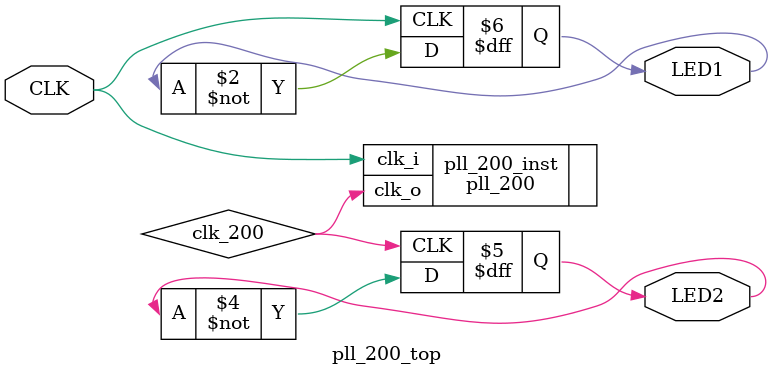
<source format=sv>
`include "directives.sv"

`include "pll_200.sv"

module pll_200_top (
    input  wire CLK,
    output reg  LED1,
    output reg  LED2
);

  wire clk_200;

  pll_200 pll_200_inst (
      .clk_i(CLK),
      .clk_o(clk_200)
  );

  always @(posedge CLK) begin
    LED1 <= ~LED1;
  end

  always @(posedge clk_200) begin
    LED2 <= ~LED2;
  end

endmodule

</source>
